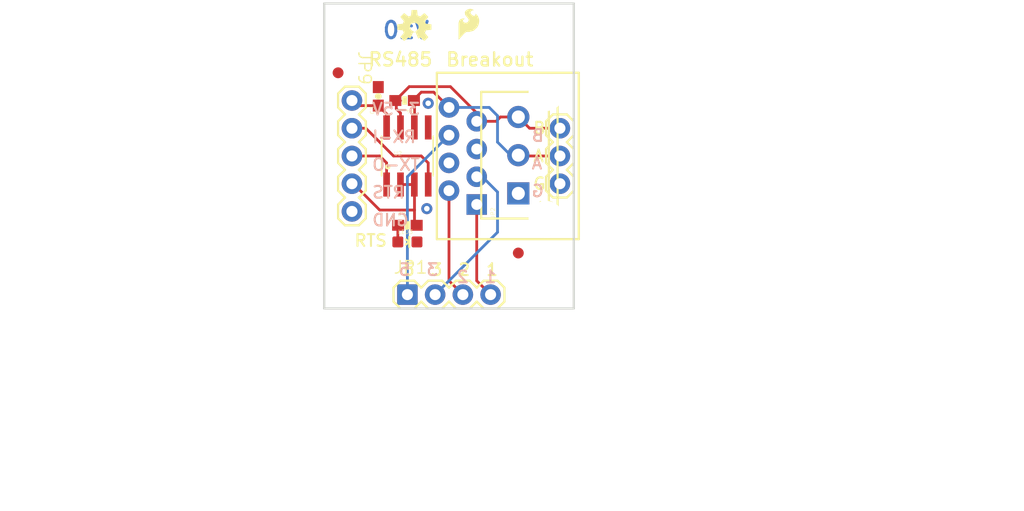
<source format=kicad_pcb>
(kicad_pcb (version 20240108) (generator "pcbnew") (generator_version "8.0")
  (layers (0 "F.Cu" signal) (31 "B.Cu" signal) (34 "B.Paste" user) (35 "F.Paste" user) (36 "B.SilkS" user "B.Silkscreen") (37 "F.SilkS" user "F.Silkscreen") (38 "B.Mask" user) (39 "F.Mask" user) (44 "Edge.Cuts" user))
  (net 0 "")
  (net 1 "GND")
  (net 2 "VCC")
  (net 3 "RTS")
  (net 4 "A")
  (net 5 "B")
  (net 6 "RX-I")
  (net 7 "N$4")
  (net 8 "TX-O")
  (net 9 "1")
  (net 10 "2")
  (net 11 "3")
  (net 12 "5")
  (footprint "RS485_Breakout_v10:OSHW-LOGO-S" (layer "F.Cu") (at 145.3261 93.1926)
    (property "Reference" "LOGO1" (hide yes))
    (property "Value" "OSHW-LOGOS" (hide yes))
    (fp_poly (pts (xy 0.301646 -1.06135) (xy 0.42347 -1.022344) (xy 0.537176 -0.963768) (xy 0.92862 -1.282946) (xy 1.282946 -0.92862) (xy 0.961034 -0.533823) (xy 1.057045 -0.302084) (xy 1.5638 -0.250561) (xy 1.5638 0.250561) (xy 1.057045 0.302084) (xy 0.961034 0.533823) (xy 1.282946 0.92862) (xy 0.92862 1.282946) (xy 0.537177 0.963769) (xy 0.356601 1.056794) (xy 0.088679 0.410073) (xy 0.326262 0.217599) (xy 0.373649 0.121467) (xy 0.392728 0.010339) (xy 0.379464 -0.101633) (xy 0.334947 -0.205228) (xy 0.262841 -0.291917) (xy 0.169087 -0.35456) (xy 0.061406 -0.387998) (xy -0.051341 -0.38948) (xy -0.159867 -0.358881) (xy -0.255233 -0.298724) (xy -0.329589 -0.213961) (xy -0.376813 -0.111569) (xy -0.392175 -0.005766) (xy -0.322922 0.222564) (xy -0.249312 0.303772) (xy 0.091677 0.5081) (xy -0.12929 0.5081) (xy -0.355332 1.053732) (xy -0.506597 0.983577) (xy -0.538921 0.965192) (xy -0.92862 1.282946) (xy -1.282946 0.92862) (xy -0.961034 0.533823) (xy -1.057045 0.302084) (xy -1.5638 0.250561) (xy -1.5638 -0.250561) (xy -1.057045 -0.302084) (xy -0.961034 -0.533823) (xy -1.282946 -0.92862) (xy -0.92862 -1.282946) (xy -0.533823 -0.961034) (xy -0.302084 -1.057045) (xy -0.250561 -1.5638) (xy 0.250561 -1.5638)) (fill solid) (layer "F.SilkS"))
  )
  (footprint "RS485_Breakout_v10:SFE-LOGO-FLAME" (layer "F.Cu") (at 149.3901 94.3356)
    (property "Reference" "U$2" (hide yes))
    (property "Value" "LOGO-SFESK" (hide yes))
    (fp_poly (pts (xy 1.126002 -2.808203) (xy 1.215449 -2.785829) (xy 1.228477 -2.780783) (xy 1.240149 -2.774875) (xy 1.256859 -2.766575) (xy 1.275552 -2.759834) (xy 1.371694 -2.7026) (xy 1.3793 -2.7026) (xy 1.3793 -2.6772) (xy 1.306833 -2.6772) (xy 1.208418 -2.657914) (xy 1.074854 -2.495286) (xy 1.079365 -2.436824) (xy 1.12809 -2.341868) (xy 1.204665 -2.265195) (xy 1.294068 -2.200638) (xy 1.369348 -2.168823) (xy 1.450736 -2.171632) (xy 1.458864 -2.174186) (xy 1.466256 -2.177388) (xy 1.530514 -2.236956) (xy 1.5368 -2.259812) (xy 1.5368 -2.377938) (xy 1.763707 -2.148127) (xy 1.868185 -1.85684) (xy 1.871603 -1.856894) (xy 1.87806 -1.650435) (xy 1.848857 -1.45742) (xy 1.785308 -1.272842) (xy 1.6663 -1.061578) (xy 1.6663 -1.080581) (xy 1.378131 -0.80901) (xy 0.982239 -0.6985) (xy 0.753005 -0.6985) (xy 0.7162 -0.692046) (xy 0.681776 -0.679592) (xy 0.496322 -0.541784) (xy -0.0126 0.03091) (xy -0.0126 -1.52077) (xy 0.060004 -1.761967) (xy 0.168295 -1.865489) (xy 0.307122 -1.917522) (xy 0.4039 -1.925089) (xy 0.499384 -1.917623) (xy 0.55991 -1.908099) (xy 0.557788 -1.884433) (xy 0.522215 -1.885242) (xy 0.501784 -1.876141) (xy 0.420519 -1.817153) (xy 0.400721 -1.79067) (xy 0.390394 -1.7285) (xy 0.400904 -1.665228) (xy 0.421404 -1.625174) (xy 0.452342 -1.592685) (xy 0.546535 -1.54355) (xy 0.652228 -1.531742) (xy 0.742768 -1.550084) (xy 0.824219 -1.589656) (xy 0.92203 -1.754659) (xy 0.907706 -1.848843) (xy 0.850911 -1.930406) (xy 0.584707 -2.263237) (xy 0.561667 -2.510855) (xy 0.627495 -2.621556) (xy 0.629042 -2.623103) (xy 0.778901 -2.74712) (xy 1.032676 -2.817064)) (fill solid) (layer "F.SilkS"))
  )
  (footprint "RS485_Breakout_v10:STAND-OFF" (layer "F.Cu") (at 139.6111 93.5736)
    (property "Reference" "JP15" (hide yes))
    (property "Value" "STAND-OFF" (hide yes))
    (pad "" np_thru_hole circle (at 0 0) (size 3.302 3.302) (drill 3.302) (layers "*.Cu" "*.Mask"))
  )
  (footprint "RS485_Breakout_v10:SCREWTERMINAL-3.5MM-3" (layer "F.Cu") (at 154.8511 108.4326 90)
    (property "Reference" "JP2" (at -1.27 -2.54 90) (layer "F.SilkS") (effects (font (size 0.373888 0.373888) (thickness 0.032512)) (justify right top)))
    (property "Value" "")
    (fp_line (start 9.3 -3.4) (end 9.3 2.8) (stroke (width 0.2032)) (layer "F.SilkS"))
    (fp_line (start -2.3 -3.4) (end 9.3 -3.4) (stroke (width 0.2032)) (layer "F.SilkS"))
    (fp_line (start 9.3 2.8) (end -2.3 2.8) (stroke (width 0.2032)) (layer "F.SilkS"))
    (fp_line (start 9.3 2.8) (end 9.3 3.6) (stroke (width 0.2032)) (layer "F.SilkS"))
    (fp_line (start -2.3 2.8) (end -2.3 -3.4) (stroke (width 0.2032)) (layer "F.SilkS"))
    (fp_line (start 9.3 3.6) (end -2.3 3.6) (stroke (width 0.2032)) (layer "F.SilkS"))
    (fp_line (start -2.3 3.6) (end -2.3 2.8) (stroke (width 0.2032)) (layer "F.SilkS"))
    (pad "1" thru_hole rect (at 0 0 90) (size 2.032 2.032) (drill 1.2) (layers "*.Cu" "*.Mask") (net 1 "GND"))
    (pad "2" thru_hole circle (at 3.5 0 90) (size 2.032 2.032) (drill 1.2) (layers "*.Cu" "*.Mask") (net 4 "A"))
    (pad "3" thru_hole circle (at 7 0 90) (size 2.032 2.032) (drill 1.2) (layers "*.Cu" "*.Mask") (net 5 "B"))
  )
  (footprint "RS485_Breakout_v10:STAND-OFF" (layer "F.Cu") (at 157.3911 93.5736)
    (property "Reference" "JP7" (hide yes))
    (property "Value" "STAND-OFF" (hide yes))
    (pad "" np_thru_hole circle (at 0 0) (size 3.302 3.302) (drill 3.302) (layers "*.Cu" "*.Mask"))
  )
  (footprint "RS485_Breakout_v10:0603-RES" (layer "F.Cu") (at 144.6911 111.3536)
    (property "Reference" "R3" (at -0.889 -0.762 0) (layer "F.SilkS") (effects (font (size 0.373888 0.373888) (thickness 0.032512)) (justify left bottom)))
    (property "Value" "330")
    (fp_poly (pts (xy -0.2286 0.381) (xy 0.2286 0.381) (xy 0.2286 -0.381) (xy -0.2286 -0.381)) (fill solid) (layer "F.SilkS"))
    (pad "1" smd rect (at -0.85 0) (size 1.1 1) (layers "F.Cu" "F.Paste" "F.Mask") (net 7 "N$4"))
    (pad "2" smd rect (at 0.85 0) (size 1.1 1) (layers "F.Cu" "F.Paste" "F.Mask") (net 3 "RTS"))
  )
  (footprint "RS485_Breakout_v10:LED-0603" (layer "F.Cu") (at 144.6911 112.8776 -90)
    (property "Reference" "LED3" (at -0.6985 0.889 0) (layer "F.SilkS") (effects (font (size 0.373888 0.373888) (thickness 0.032512)) (justify left bottom)))
    (property "Value" "Green")
    (fp_line (start -0.0254 -0.1546) (end -0.2184 0.14) (stroke (width 0.2032)) (layer "F.SilkS"))
    (fp_line (start -0.46 -0.17) (end 0 -0.17) (stroke (width 0.2032)) (layer "F.SilkS"))
    (fp_line (start 0 -0.17) (end 0.2338 0.14) (stroke (width 0.2032)) (layer "F.SilkS"))
    (fp_line (start 0.46 -0.17) (end 0 -0.17) (stroke (width 0.2032)) (layer "F.SilkS"))
    (pad "A" smd roundrect (at 0 0.877 270) (size 1 1) (layers "F.Cu" "F.Paste" "F.Mask") (roundrect_rratio 0.15) (net 7 "N$4"))
    (pad "C" smd roundrect (at 0 -0.877 270) (size 1 1) (layers "F.Cu" "F.Paste" "F.Mask") (roundrect_rratio 0.15) (net 1 "GND"))
  )
  (footprint "RS485_Breakout_v10:FIDUCIAL-1X2" (layer "F.Cu") (at 138.3411 97.3836)
    (property "Reference" "JP10" (hide yes))
    (property "Value" "FIDUCIAL1X2" (hide yes))
    (pad "1" smd roundrect (at 0 0) (size 1 1) (layers "F.Cu" "F.Mask") (roundrect_rratio 0.5))
  )
  (footprint "RS485_Breakout_v10:0603-RES" (layer "F.Cu") (at 144.4371 99.9236 180)
    (property "Reference" "R4" (at -0.889 -0.762 180) (layer "F.SilkS") (effects (font (size 0.373888 0.373888) (thickness 0.032512)) (justify left bottom)))
    (property "Value" "220")
    (fp_poly (pts (xy -0.2286 0.381) (xy 0.2286 0.381) (xy 0.2286 -0.381) (xy -0.2286 -0.381)) (fill solid) (layer "F.SilkS"))
    (pad "1" smd rect (at -0.85 0 180) (size 1.1 1) (layers "F.Cu" "F.Paste" "F.Mask") (net 4 "A"))
    (pad "2" smd rect (at 0.85 0 180) (size 1.1 1) (layers "F.Cu" "F.Paste" "F.Mask") (net 5 "B"))
  )
  (footprint "RS485_Breakout_v10:1X05" (layer "F.Cu") (at 139.6111 99.9236 -90)
    (property "Reference" "JP9" (at -1.3462 -1.8288 -90) (layer "F.SilkS") (effects (font (size 1.143 1.143) (thickness 0.127)) (justify right top)))
    (property "Value" "")
    (fp_line (start 0.635 1.27) (end -0.635 1.27) (stroke (width 0.2032)) (layer "F.SilkS"))
    (fp_line (start 1.905 1.27) (end 1.27 0.635) (stroke (width 0.2032)) (layer "F.SilkS"))
    (fp_line (start 3.175 1.27) (end 1.905 1.27) (stroke (width 0.2032)) (layer "F.SilkS"))
    (fp_line (start 4.445 1.27) (end 3.81 0.635) (stroke (width 0.2032)) (layer "F.SilkS"))
    (fp_line (start 5.715 1.27) (end 4.445 1.27) (stroke (width 0.2032)) (layer "F.SilkS"))
    (fp_line (start 8.255 1.27) (end 6.985 1.27) (stroke (width 0.2032)) (layer "F.SilkS"))
    (fp_line (start 9.525 1.27) (end 8.89 0.635) (stroke (width 0.2032)) (layer "F.SilkS"))
    (fp_line (start 10.795 1.27) (end 9.525 1.27) (stroke (width 0.2032)) (layer "F.SilkS"))
    (fp_line (start -1.27 0.635) (end -0.635 1.27) (stroke (width 0.2032)) (layer "F.SilkS"))
    (fp_line (start 1.27 0.635) (end 0.635 1.27) (stroke (width 0.2032)) (layer "F.SilkS"))
    (fp_line (start 3.81 0.635) (end 3.175 1.27) (stroke (width 0.2032)) (layer "F.SilkS"))
    (fp_line (start 6.35 0.635) (end 5.715 1.27) (stroke (width 0.2032)) (layer "F.SilkS"))
    (fp_line (start 6.35 0.635) (end 6.985 1.27) (stroke (width 0.2032)) (layer "F.SilkS"))
    (fp_line (start 8.89 0.635) (end 8.255 1.27) (stroke (width 0.2032)) (layer "F.SilkS"))
    (fp_line (start 11.43 0.635) (end 10.795 1.27) (stroke (width 0.2032)) (layer "F.SilkS"))
    (fp_line (start -1.27 -0.635) (end -1.27 0.635) (stroke (width 0.2032)) (layer "F.SilkS"))
    (fp_line (start 1.27 -0.635) (end 1.905 -1.27) (stroke (width 0.2032)) (layer "F.SilkS"))
    (fp_line (start 3.81 -0.635) (end 4.445 -1.27) (stroke (width 0.2032)) (layer "F.SilkS"))
    (fp_line (start 8.89 -0.635) (end 9.525 -1.27) (stroke (width 0.2032)) (layer "F.SilkS"))
    (fp_line (start 11.43 -0.635) (end 11.43 0.635) (stroke (width 0.2032)) (layer "F.SilkS"))
    (fp_line (start -0.635 -1.27) (end -1.27 -0.635) (stroke (width 0.2032)) (layer "F.SilkS"))
    (fp_line (start -0.635 -1.27) (end 0.635 -1.27) (stroke (width 0.2032)) (layer "F.SilkS"))
    (fp_line (start 0.635 -1.27) (end 1.27 -0.635) (stroke (width 0.2032)) (layer "F.SilkS"))
    (fp_line (start 1.905 -1.27) (end 3.175 -1.27) (stroke (width 0.2032)) (layer "F.SilkS"))
    (fp_line (start 3.175 -1.27) (end 3.81 -0.635) (stroke (width 0.2032)) (layer "F.SilkS"))
    (fp_line (start 4.445 -1.27) (end 5.715 -1.27) (stroke (width 0.2032)) (layer "F.SilkS"))
    (fp_line (start 5.715 -1.27) (end 6.35 -0.635) (stroke (width 0.2032)) (layer "F.SilkS"))
    (fp_line (start 6.985 -1.27) (end 6.35 -0.635) (stroke (width 0.2032)) (layer "F.SilkS"))
    (fp_line (start 6.985 -1.27) (end 8.255 -1.27) (stroke (width 0.2032)) (layer "F.SilkS"))
    (fp_line (start 8.255 -1.27) (end 8.89 -0.635) (stroke (width 0.2032)) (layer "F.SilkS"))
    (fp_line (start 9.525 -1.27) (end 10.795 -1.27) (stroke (width 0.2032)) (layer "F.SilkS"))
    (fp_line (start 10.795 -1.27) (end 11.43 -0.635) (stroke (width 0.2032)) (layer "F.SilkS"))
    (pad "1" thru_hole circle (at 0 0) (size 1.8796 1.8796) (drill 1.016) (layers "*.Cu" "*.Mask") (net 2 "VCC"))
    (pad "2" thru_hole circle (at 2.54 0) (size 1.8796 1.8796) (drill 1.016) (layers "*.Cu" "*.Mask") (net 6 "RX-I"))
    (pad "3" thru_hole circle (at 5.08 0) (size 1.8796 1.8796) (drill 1.016) (layers "*.Cu" "*.Mask") (net 8 "TX-O"))
    (pad "4" thru_hole circle (at 7.62 0) (size 1.8796 1.8796) (drill 1.016) (layers "*.Cu" "*.Mask") (net 3 "RTS"))
    (pad "5" thru_hole circle (at 10.16 0) (size 1.8796 1.8796) (drill 1.016) (layers "*.Cu" "*.Mask") (net 1 "GND"))
  )
  (footprint "RS485_Breakout_v10:1X03" (layer "F.Cu") (at 158.6611 107.5436 90)
    (property "Reference" "JP3" (at -1.3462 -1.8288 90) (layer "F.SilkS") (effects (font (size 1.143 1.143) (thickness 0.127)) (justify right top)))
    (property "Value" "")
    (fp_line (start 5.715 -1.27) (end 6.35 -0.635) (stroke (width 0.2032)) (layer "F.SilkS"))
    (fp_line (start 4.445 -1.27) (end 5.715 -1.27) (stroke (width 0.2032)) (layer "F.SilkS"))
    (fp_line (start 3.175 -1.27) (end 3.81 -0.635) (stroke (width 0.2032)) (layer "F.SilkS"))
    (fp_line (start 1.905 -1.27) (end 3.175 -1.27) (stroke (width 0.2032)) (layer "F.SilkS"))
    (fp_line (start 0.635 -1.27) (end 1.27 -0.635) (stroke (width 0.2032)) (layer "F.SilkS"))
    (fp_line (start -0.635 -1.27) (end 0.635 -1.27) (stroke (width 0.2032)) (layer "F.SilkS"))
    (fp_line (start -0.635 -1.27) (end -1.27 -0.635) (stroke (width 0.2032)) (layer "F.SilkS"))
    (fp_line (start 6.35 -0.635) (end 6.35 0.635) (stroke (width 0.2032)) (layer "F.SilkS"))
    (fp_line (start 3.81 -0.635) (end 4.445 -1.27) (stroke (width 0.2032)) (layer "F.SilkS"))
    (fp_line (start 1.27 -0.635) (end 1.905 -1.27) (stroke (width 0.2032)) (layer "F.SilkS"))
    (fp_line (start -1.27 -0.635) (end -1.27 0.635) (stroke (width 0.2032)) (layer "F.SilkS"))
    (fp_line (start 6.35 0.635) (end 5.715 1.27) (stroke (width 0.2032)) (layer "F.SilkS"))
    (fp_line (start 3.81 0.635) (end 3.175 1.27) (stroke (width 0.2032)) (layer "F.SilkS"))
    (fp_line (start 1.27 0.635) (end 0.635 1.27) (stroke (width 0.2032)) (layer "F.SilkS"))
    (fp_line (start -1.27 0.635) (end -0.635 1.27) (stroke (width 0.2032)) (layer "F.SilkS"))
    (fp_line (start 5.715 1.27) (end 4.445 1.27) (stroke (width 0.2032)) (layer "F.SilkS"))
    (fp_line (start 4.445 1.27) (end 3.81 0.635) (stroke (width 0.2032)) (layer "F.SilkS"))
    (fp_line (start 3.175 1.27) (end 1.905 1.27) (stroke (width 0.2032)) (layer "F.SilkS"))
    (fp_line (start 1.905 1.27) (end 1.27 0.635) (stroke (width 0.2032)) (layer "F.SilkS"))
    (fp_line (start 0.635 1.27) (end -0.635 1.27) (stroke (width 0.2032)) (layer "F.SilkS"))
    (pad "1" thru_hole circle (at 0 0 180) (size 1.8796 1.8796) (drill 1.016) (layers "*.Cu" "*.Mask") (net 1 "GND"))
    (pad "2" thru_hole circle (at 2.54 0 180) (size 1.8796 1.8796) (drill 1.016) (layers "*.Cu" "*.Mask") (net 4 "A"))
    (pad "3" thru_hole circle (at 5.08 0 180) (size 1.8796 1.8796) (drill 1.016) (layers "*.Cu" "*.Mask") (net 5 "B"))
  )
  (footprint "RS485_Breakout_v10:STAND-OFF" (layer "F.Cu") (at 139.6111 116.4336)
    (property "Reference" "JP6" (hide yes))
    (property "Value" "STAND-OFF" (hide yes))
    (pad "" np_thru_hole circle (at 0 0) (size 3.302 3.302) (drill 3.302) (layers "*.Cu" "*.Mask"))
  )
  (footprint "RS485_Breakout_v10:0603-CAP" (layer "F.Cu") (at 142.0241 99.5426 90)
    (property "Reference" "C3" (at -0.889 -0.762 90) (layer "F.SilkS") (effects (font (size 0.373888 0.373888) (thickness 0.032512)) (justify right top)))
    (property "Value" "0.1uF")
    (fp_line (start 0 -0.0305) (end 0 0.0305) (stroke (width 0.5588)) (layer "F.SilkS"))
    (pad "1" smd rect (at -0.85 0 90) (size 1.1 1) (layers "F.Cu" "F.Paste" "F.Mask") (net 2 "VCC"))
    (pad "2" smd rect (at 0.85 0 90) (size 1.1 1) (layers "F.Cu" "F.Paste" "F.Mask") (net 1 "GND"))
  )
  (footprint "RS485_Breakout_v10:1X04" (layer "F.Cu") (at 144.6911 117.7036)
    (property "Reference" "JP1" (at -1.3462 -1.8288 0) (layer "F.SilkS") (effects (font (size 1.143 1.143) (thickness 0.127)) (justify left bottom)))
    (property "Value" "")
    (fp_line (start -1.27 -0.635) (end -1.27 0.635) (stroke (width 0.2032)) (layer "F.SilkS"))
    (fp_line (start -1.27 0.635) (end -0.635 1.27) (stroke (width 0.2032)) (layer "F.SilkS"))
    (fp_line (start -0.635 -1.27) (end -1.27 -0.635) (stroke (width 0.2032)) (layer "F.SilkS"))
    (fp_line (start -0.635 -1.27) (end 0.635 -1.27) (stroke (width 0.2032)) (layer "F.SilkS"))
    (fp_line (start 0.635 -1.27) (end 1.27 -0.635) (stroke (width 0.2032)) (layer "F.SilkS"))
    (fp_line (start 0.635 1.27) (end -0.635 1.27) (stroke (width 0.2032)) (layer "F.SilkS"))
    (fp_line (start 1.27 -0.635) (end 1.905 -1.27) (stroke (width 0.2032)) (layer "F.SilkS"))
    (fp_line (start 1.27 0.635) (end 0.635 1.27) (stroke (width 0.2032)) (layer "F.SilkS"))
    (fp_line (start 1.905 -1.27) (end 3.175 -1.27) (stroke (width 0.2032)) (layer "F.SilkS"))
    (fp_line (start 1.905 1.27) (end 1.27 0.635) (stroke (width 0.2032)) (layer "F.SilkS"))
    (fp_line (start 3.175 -1.27) (end 3.81 -0.635) (stroke (width 0.2032)) (layer "F.SilkS"))
    (fp_line (start 3.175 1.27) (end 1.905 1.27) (stroke (width 0.2032)) (layer "F.SilkS"))
    (fp_line (start 3.81 -0.635) (end 4.445 -1.27) (stroke (width 0.2032)) (layer "F.SilkS"))
    (fp_line (start 3.81 0.635) (end 3.175 1.27) (stroke (width 0.2032)) (layer "F.SilkS"))
    (fp_line (start 4.445 -1.27) (end 5.715 -1.27) (stroke (width 0.2032)) (layer "F.SilkS"))
    (fp_line (start 4.445 1.27) (end 3.81 0.635) (stroke (width 0.2032)) (layer "F.SilkS"))
    (fp_line (start 5.715 -1.27) (end 6.35 -0.635) (stroke (width 0.2032)) (layer "F.SilkS"))
    (fp_line (start 5.715 1.27) (end 4.445 1.27) (stroke (width 0.2032)) (layer "F.SilkS"))
    (fp_line (start 6.35 0.635) (end 5.715 1.27) (stroke (width 0.2032)) (layer "F.SilkS"))
    (fp_line (start 6.35 0.635) (end 6.985 1.27) (stroke (width 0.2032)) (layer "F.SilkS"))
    (fp_line (start 6.985 -1.27) (end 6.35 -0.635) (stroke (width 0.2032)) (layer "F.SilkS"))
    (fp_line (start 6.985 -1.27) (end 8.255 -1.27) (stroke (width 0.2032)) (layer "F.SilkS"))
    (fp_line (start 8.255 -1.27) (end 8.89 -0.635) (stroke (width 0.2032)) (layer "F.SilkS"))
    (fp_line (start 8.255 1.27) (end 6.985 1.27) (stroke (width 0.2032)) (layer "F.SilkS"))
    (fp_line (start 8.89 -0.635) (end 8.89 0.635) (stroke (width 0.2032)) (layer "F.SilkS"))
    (fp_line (start 8.89 0.635) (end 8.255 1.27) (stroke (width 0.2032)) (layer "F.SilkS"))
    (pad "1" thru_hole rect (at 0 0 90) (size 1.8796 1.8796) (drill 1.016) (layers "*.Cu" "*.Mask") (net 12 "5"))
    (pad "2" thru_hole circle (at 2.54 0 90) (size 1.8796 1.8796) (drill 1.016) (layers "*.Cu" "*.Mask") (net 11 "3"))
    (pad "3" thru_hole circle (at 5.08 0 90) (size 1.8796 1.8796) (drill 1.016) (layers "*.Cu" "*.Mask") (net 10 "2"))
    (pad "4" thru_hole circle (at 7.62 0 90) (size 1.8796 1.8796) (drill 1.016) (layers "*.Cu" "*.Mask") (net 9 "1"))
  )
  (footprint "RS485_Breakout_v10:SO08" (layer "F.Cu") (at 144.6911 105.0036)
    (property "Reference" "U2" (at -1.27 0 0) (layer "F.SilkS") (effects (font (size 0.373888 0.373888) (thickness 0.032512)) (justify left bottom)))
    (property "Value" "RS485SOIC")
    (fp_line (start -2.362 -1.803) (end -2.362 1.803) (stroke (width 0.1524)) (layer "F.SilkS"))
    (fp_line (start 2.362 1.803) (end 2.362 -1.803) (stroke (width 0.1524)) (layer "F.SilkS"))
    (fp_circle (center -1.8034 0.9906) (end -1.6598 0.9906) (stroke (width 0.2032)) (fill none) (layer "F.SilkS"))
    (pad "1" smd rect (at -1.905 2.6162) (size 0.6096 2.2098) (layers "F.Cu" "F.Paste" "F.Mask") (net 8 "TX-O"))
    (pad "2" smd rect (at -0.635 2.6162) (size 0.6096 2.2098) (layers "F.Cu" "F.Paste" "F.Mask") (net 3 "RTS"))
    (pad "3" smd rect (at 0.635 2.6162) (size 0.6096 2.2098) (layers "F.Cu" "F.Paste" "F.Mask") (net 3 "RTS"))
    (pad "4" smd rect (at 1.905 2.6162) (size 0.6096 2.2098) (layers "F.Cu" "F.Paste" "F.Mask") (net 6 "RX-I"))
    (pad "5" smd rect (at 1.905 -2.6162) (size 0.6096 2.2098) (layers "F.Cu" "F.Paste" "F.Mask") (net 1 "GND"))
    (pad "6" smd rect (at 0.635 -2.6162) (size 0.6096 2.2098) (layers "F.Cu" "F.Paste" "F.Mask") (net 4 "A"))
    (pad "7" smd rect (at -0.635 -2.6162) (size 0.6096 2.2098) (layers "F.Cu" "F.Paste" "F.Mask") (net 5 "B"))
    (pad "8" smd rect (at -1.905 -2.6162) (size 0.6096 2.2098) (layers "F.Cu" "F.Paste" "F.Mask") (net 2 "VCC"))
  )
  (footprint "RS485_Breakout_v10:CREATIVE_COMMONS" (layer "F.Cu") (at 127.691622 134.2136)
    (property "Reference" "FRAME1" (hide yes))
    (property "Value" "FRAME-LETTER" (hide yes))
  )
  (footprint "RS485_Breakout_v10:FIDUCIAL-1X2" (layer "F.Cu") (at 154.8511 113.8936)
    (property "Reference" "JP5" (hide yes))
    (property "Value" "FIDUCIAL1X2" (hide yes))
    (pad "1" smd roundrect (at 0 0) (size 1 1) (layers "F.Cu" "F.Mask") (roundrect_rratio 0.5))
  )
  (footprint "RS485_Breakout_v10:STAND-OFF" (layer "F.Cu") (at 157.3911 116.4336)
    (property "Reference" "JP8" (hide yes))
    (property "Value" "STAND-OFF" (hide yes))
    (pad "" np_thru_hole circle (at 0 0) (size 3.302 3.302) (drill 3.302) (layers "*.Cu" "*.Mask"))
  )
  (footprint "RS485_Breakout_v10:RJ45-8" (layer "F.Cu") (at 157.3911 105.0036 90)
    (property "Reference" "JP4" (hide yes))
    (property "Value" "RJ45-8PTH" (hide yes))
    (fp_line (start 7.62 -10) (end 7.62 3) (stroke (width 0.2032)) (layer "F.SilkS"))
    (fp_line (start -7.62 -10) (end 7.62 -10) (stroke (width 0.2032)) (layer "F.SilkS"))
    (fp_line (start -7.62 3) (end -7.62 -10) (stroke (width 0.2032)) (layer "F.SilkS"))
    (fp_line (start -7.62 3) (end 7.62 3) (stroke (width 0.2032)) (layer "F.SilkS"))
    (pad "" np_thru_hole circle (at -5.715 0 90) (size 3.2 3.2) (drill 3.2) (layers "*.Cu" "*.Mask"))
    (pad "" np_thru_hole circle (at 5.715 0 90) (size 3.2 3.2) (drill 3.2) (layers "*.Cu" "*.Mask"))
    (pad "1" thru_hole rect (at -4.445 -6.35 90) (size 1.8796 1.8796) (drill 1) (layers "*.Cu" "*.Mask") (net 9 "1"))
    (pad "2" thru_hole circle (at -3.175 -8.89 90) (size 1.8796 1.8796) (drill 1) (layers "*.Cu" "*.Mask") (net 10 "2"))
    (pad "3" thru_hole circle (at -1.905 -6.35 90) (size 1.8796 1.8796) (drill 1) (layers "*.Cu" "*.Mask") (net 11 "3"))
    (pad "4" thru_hole circle (at -0.635 -8.89 90) (size 1.8796 1.8796) (drill 1) (layers "*.Cu" "*.Mask") (net 1 "GND"))
    (pad "5" thru_hole circle (at 0.635 -6.35 90) (size 1.8796 1.8796) (drill 1) (layers "*.Cu" "*.Mask") (net 1 "GND"))
    (pad "6" thru_hole circle (at 1.905 -8.89 90) (size 1.8796 1.8796) (drill 1) (layers "*.Cu" "*.Mask") (net 12 "5"))
    (pad "7" thru_hole circle (at 3.175 -6.35 90) (size 1.8796 1.8796) (drill 1) (layers "*.Cu" "*.Mask") (net 5 "B"))
    (pad "8" thru_hole circle (at 4.445 -8.89 90) (size 1.8796 1.8796) (drill 1) (layers "*.Cu" "*.Mask") (net 4 "A"))
  )
  (gr_line (start 159.9311 91.0336) (end 159.9311 118.9736) (stroke (width 0.2032)) (layer "Edge.Cuts"))
  (gr_line (start 137.0711 91.0336) (end 159.9311 91.0336) (stroke (width 0.2032)) (layer "Edge.Cuts"))
  (gr_line (start 159.9311 118.9736) (end 137.0711 118.9736) (stroke (width 0.2032)) (layer "Edge.Cuts"))
  (gr_line (start 137.0711 118.9736) (end 137.0711 91.0336) (stroke (width 0.2032)) (layer "Edge.Cuts"))
  (gr_text "V10" (at 146.823006 94.372938 0) (layer "B.Cu") (effects (font (size 1.5113 1.5113) (thickness 0.2667)) (justify left bottom mirror)))
  (gr_text "RX-I" (at 145.575867 103.88727 0) (layer "B.SilkS") (effects (font (size 1.0795 1.0795) (thickness 0.1905)) (justify left bottom mirror)))
  (gr_text "3" (at 147.6121 116.0526 0) (layer "B.SilkS") (effects (font (size 1.0795 1.0795) (thickness 0.1905)) (justify left bottom mirror)))
  (gr_text "TX-O" (at 145.9357 106.42727 0) (layer "B.SilkS") (effects (font (size 1.0795 1.0795) (thickness 0.1905)) (justify left bottom mirror)))
  (gr_text "G" (at 157.3022 108.84027 0) (layer "B.SilkS") (effects (font (size 1.0795 1.0795) (thickness 0.1905)) (justify left bottom mirror)))
  (gr_text "RTS" (at 144.547771 108.96727 0) (layer "B.SilkS") (effects (font (size 1.0795 1.0795) (thickness 0.1905)) (justify left bottom mirror)))
  (gr_text "3-5V" (at 145.9357 101.34727 0) (layer "B.SilkS") (effects (font (size 1.0795 1.0795) (thickness 0.1905)) (justify left bottom mirror)))
  (gr_text "1" (at 152.932795 116.71427 0) (layer "B.SilkS") (effects (font (size 1.0795 1.0795) (thickness 0.1905)) (justify left bottom mirror)))
  (gr_text "5" (at 145.0721 116.0526 0) (layer "B.SilkS") (effects (font (size 1.0795 1.0795) (thickness 0.1905)) (justify left bottom mirror)))
  (gr_text "2" (at 150.392795 116.71427 0) (layer "B.SilkS") (effects (font (size 1.0795 1.0795) (thickness 0.1905)) (justify left bottom mirror)))
  (gr_text "B" (at 157.3022 103.76027 0) (layer "B.SilkS") (effects (font (size 1.0795 1.0795) (thickness 0.1905)) (justify left bottom mirror)))
  (gr_text "GND" (at 144.907605 111.50727 0) (layer "B.SilkS") (effects (font (size 1.0795 1.0795) (thickness 0.1905)) (justify left bottom mirror)))
  (gr_text "A" (at 157.147986 106.30027 0) (layer "B.SilkS") (effects (font (size 1.0795 1.0795) (thickness 0.1905)) (justify left bottom mirror)))
  (gr_text "RTS" (at 139.7381 113.3856 0) (layer "F.SilkS") (effects (font (size 1.0795 1.0795) (thickness 0.1905)) (justify left bottom)))
  (gr_text "Breakout" (at 148.1201 96.8756 0) (layer "F.SilkS") (effects (font (size 1.20904 1.20904) (thickness 0.21336)) (justify left bottom)))
  (gr_text "1" (at 151.8031 116.0526 0) (layer "F.SilkS") (effects (font (size 1.0795 1.0795) (thickness 0.1905)) (justify left bottom)))
  (gr_text "2" (at 149.2631 116.0526 0) (layer "F.SilkS") (effects (font (size 1.0795 1.0795) (thickness 0.1905)) (justify left bottom)))
  (gr_text "A" (at 156.1211 105.6386 0) (layer "F.SilkS") (effects (font (size 1.0795 1.0795) (thickness 0.1905)) (justify left bottom)))
  (gr_text "G" (at 156.1211 108.1786 0) (layer "F.SilkS") (effects (font (size 1.0795 1.0795) (thickness 0.1905)) (justify left bottom)))
  (gr_text "3" (at 146.7231 116.0526 0) (layer "F.SilkS") (effects (font (size 1.0795 1.0795) (thickness 0.1905)) (justify left bottom)))
  (gr_text "5" (at 144.1831 116.0526 0) (layer "F.SilkS") (effects (font (size 1.0795 1.0795) (thickness 0.1905)) (justify left bottom)))
  (gr_text "RS485" (at 141.0081 96.8756 0) (layer "F.SilkS") (effects (font (size 1.20904 1.20904) (thickness 0.21336)) (justify left bottom)))
  (gr_text "B" (at 156.1211 103.0986 0) (layer "F.SilkS") (effects (font (size 1.0795 1.0795) (thickness 0.1905)) (justify left bottom)))
  (via (at 146.4691 109.8296) (size 1.016) (drill 0.508) (layers "F.Cu" "B.Cu") (net 1))
  (via (at 146.5961 100.1776) (size 1.016) (drill 0.508) (layers "F.Cu" "B.Cu") (net 1))
  (segment (start 142.0241 100.3926) (end 140.0801 100.3926) (width 0.254) (layer "F.Cu") (net 2))
  (segment (start 140.0801 100.3926) (end 139.6111 99.9236) (width 0.254) (layer "F.Cu") (net 2))
  (segment (start 142.7861 102.3874) (end 142.7861 101.1546) (width 0.254) (layer "F.Cu") (net 2))
  (segment (start 142.7861 101.1546) (end 142.0241 100.3926) (width 0.254) (layer "F.Cu") (net 2))
  (segment (start 145.3411 107.6348) (end 145.3261 107.6198) (width 0.254) (layer "F.Cu") (net 3))
  (segment (start 145.3411 107.6348) (end 145.3411 109.9566) (width 0.254) (layer "F.Cu") (net 3))
  (segment (start 145.3261 107.6198) (end 144.0561 107.6198) (width 0.254) (layer "F.Cu") (net 3))
  (segment (start 145.3411 111.1536) (end 145.5411 111.3536) (width 0.254) (layer "F.Cu") (net 3))
  (segment (start 139.6111 107.5436) (end 139.7381 107.5436) (width 0.254) (layer "F.Cu") (net 3))
  (segment (start 145.3411 109.9566) (end 145.3411 111.1536) (width 0.254) (layer "F.Cu") (net 3))
  (segment (start 142.1511 109.9566) (end 145.3411 109.9566) (width 0.254) (layer "F.Cu") (net 3))
  (segment (start 139.7381 107.5436) (end 142.1511 109.9566) (width 0.254) (layer "F.Cu") (net 3))
  (segment (start 145.3411 99.9776) (end 145.2871 99.9236) (width 0.254) (layer "F.Cu") (net 4))
  (segment (start 145.4531 99.9236) (end 145.4531 99.6696) (width 0.254) (layer "F.Cu") (net 4))
  (segment (start 145.4531 99.6696) (end 145.9611 99.1616) (width 0.254) (layer "F.Cu") (net 4))
  (segment (start 154.9221 105.0036) (end 158.6611 105.0036) (width 0.254) (layer "F.Cu") (net 4))
  (segment (start 145.9611 99.1616) (end 147.1041 99.1616) (width 0.254) (layer "F.Cu") (net 4))
  (segment (start 145.2871 99.9236) (end 145.4531 99.9236) (width 0.254) (layer "F.Cu") (net 4))
  (segment (start 154.8511 104.9326) (end 154.9221 105.0036) (width 0.254) (layer "F.Cu") (net 4))
  (segment (start 147.1041 99.1616) (end 148.5011 100.5586) (width 0.254) (layer "F.Cu") (net 4))
  (segment (start 145.3411 102.3724) (end 145.3411 99.9776) (width 0.254) (layer "F.Cu") (net 4))
  (segment (start 145.3261 102.3874) (end 145.3411 102.3724) (width 0.254) (layer "F.Cu") (net 4))
  (segment (start 152.9461 101.3206) (end 152.9461 103.7336) (width 0.254) (layer "B.Cu") (net 4))
  (segment (start 152.1841 100.5586) (end 152.9461 101.3206) (width 0.254) (layer "B.Cu") (net 4))
  (segment (start 154.1451 104.9326) (end 154.8511 104.9326) (width 0.254) (layer "B.Cu") (net 4))
  (segment (start 148.5011 100.5586) (end 152.1841 100.5586) (width 0.254) (layer "B.Cu") (net 4))
  (segment (start 152.9461 103.7336) (end 154.1451 104.9326) (width 0.254) (layer "B.Cu") (net 4))
  (segment (start 154.8511 101.4326) (end 155.8821 102.4636) (width 0.254) (layer "F.Cu") (net 5))
  (segment (start 143.6751 100.6856) (end 143.6751 100.0116) (width 0.254) (layer "F.Cu") (net 5))
  (segment (start 151.0411 101.8286) (end 152.8191 101.8286) (width 0.254) (layer "F.Cu") (net 5))
  (segment (start 143.6751 100.0116) (end 143.5871 99.9236) (width 0.254) (layer "F.Cu") (net 5))
  (segment (start 144.0561 101.0666) (end 143.6751 100.6856) (width 0.254) (layer "F.Cu") (net 5))
  (segment (start 148.6281 98.6536) (end 144.8571 98.6536) (width 0.254) (layer "F.Cu") (net 5))
  (segment (start 144.8571 98.6536) (end 143.5871 99.9236) (width 0.254) (layer "F.Cu") (net 5))
  (segment (start 148.6281 98.6536) (end 151.0411 101.0666) (width 0.254) (layer "F.Cu") (net 5))
  (segment (start 153.2151 101.4326) (end 154.8511 101.4326) (width 0.254) (layer "F.Cu") (net 5))
  (segment (start 155.8821 102.4636) (end 158.6611 102.4636) (width 0.254) (layer "F.Cu") (net 5))
  (segment (start 152.8191 101.8286) (end 153.2151 101.4326) (width 0.254) (layer "F.Cu") (net 5))
  (segment (start 144.0561 102.3874) (end 144.0561 101.0666) (width 0.254) (layer "F.Cu") (net 5))
  (segment (start 151.0411 101.0666) (end 151.0411 101.8286) (width 0.254) (layer "F.Cu") (net 5))
  (segment (start 144.0561 99.9386) (end 143.5871 99.9236) (width 0.254) (layer "F.Cu") (net 5))
  (segment (start 145.9611 105.0036) (end 146.5961 105.6386) (width 0.254) (layer "F.Cu") (net 6))
  (segment (start 139.6111 102.4636) (end 140.8811 102.4636) (width 0.254) (layer "F.Cu") (net 6))
  (segment (start 143.4211 105.0036) (end 145.9611 105.0036) (width 0.254) (layer "F.Cu") (net 6))
  (segment (start 146.5961 105.6386) (end 146.5961 107.6198) (width 0.254) (layer "F.Cu") (net 6))
  (segment (start 140.8811 102.4636) (end 143.4211 105.0036) (width 0.254) (layer "F.Cu") (net 6))
  (segment (start 143.8411 111.3536) (end 143.8141 111.3806) (width 0.254) (layer "F.Cu") (net 7))
  (segment (start 143.8141 111.3806) (end 143.8141 112.8776) (width 0.254) (layer "F.Cu") (net 7))
  (segment (start 143.8141 112.8776) (end 144.0411 112.5236) (width 0.254) (layer "F.Cu") (net 7))
  (segment (start 142.7861 105.6386) (end 142.7861 107.6198) (width 0.254) (layer "F.Cu") (net 8))
  (segment (start 142.1511 105.0036) (end 142.7861 105.6386) (width 0.254) (layer "F.Cu") (net 8))
  (segment (start 139.6111 105.0036) (end 142.1511 105.0036) (width 0.254) (layer "F.Cu") (net 8))
  (segment (start 151.0411 116.4336) (end 151.0411 109.4486) (width 0.254) (layer "F.Cu") (net 9))
  (segment (start 152.3111 117.7036) (end 151.0411 116.4336) (width 0.254) (layer "F.Cu") (net 9))
  (segment (start 148.5011 116.4336) (end 148.5011 108.1786) (width 0.254) (layer "F.Cu") (net 10))
  (segment (start 149.7711 117.7036) (end 148.5011 116.4336) (width 0.254) (layer "F.Cu") (net 10))
  (segment (start 147.2311 117.7036) (end 152.9461 111.9886) (width 0.254) (layer "B.Cu") (net 11))
  (segment (start 152.9461 111.9886) (end 152.9461 108.3056) (width 0.254) (layer "B.Cu") (net 11))
  (segment (start 151.5491 106.9086) (end 151.0411 106.9086) (width 0.254) (layer "B.Cu") (net 11))
  (segment (start 152.9461 108.3056) (end 151.5491 106.9086) (width 0.254) (layer "B.Cu") (net 11))
  (segment (start 144.6911 106.9086) (end 148.5011 103.0986) (width 0.254) (layer "B.Cu") (net 12))
  (segment (start 144.6911 117.7036) (end 144.6911 106.9086) (width 0.254) (layer "B.Cu") (net 12))
)
</source>
